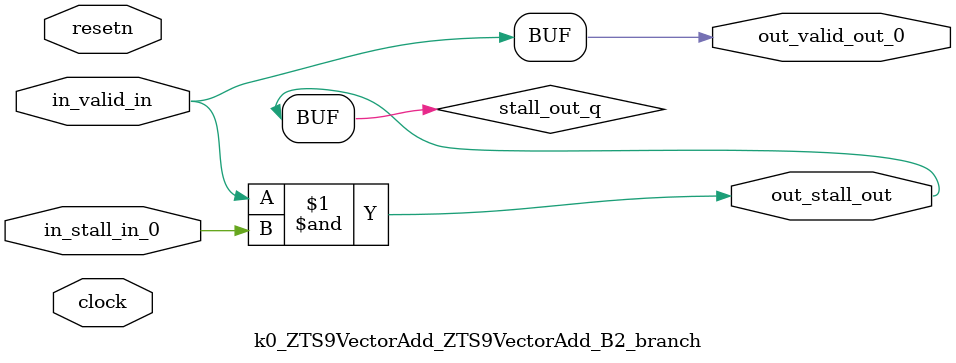
<source format=sv>



(* altera_attribute = "-name AUTO_SHIFT_REGISTER_RECOGNITION OFF; -name MESSAGE_DISABLE 10036; -name MESSAGE_DISABLE 10037; -name MESSAGE_DISABLE 14130; -name MESSAGE_DISABLE 14320; -name MESSAGE_DISABLE 15400; -name MESSAGE_DISABLE 14130; -name MESSAGE_DISABLE 10036; -name MESSAGE_DISABLE 12020; -name MESSAGE_DISABLE 12030; -name MESSAGE_DISABLE 12010; -name MESSAGE_DISABLE 12110; -name MESSAGE_DISABLE 14320; -name MESSAGE_DISABLE 13410; -name MESSAGE_DISABLE 113007; -name MESSAGE_DISABLE 10958" *)
module k0_ZTS9VectorAdd_ZTS9VectorAdd_B2_branch (
    input wire [0:0] in_stall_in_0,
    input wire [0:0] in_valid_in,
    output wire [0:0] out_stall_out,
    output wire [0:0] out_valid_out_0,
    input wire clock,
    input wire resetn
    );

    wire [0:0] stall_out_q;


    // stall_out(LOGICAL,6)
    assign stall_out_q = in_valid_in & in_stall_in_0;

    // out_stall_out(GPOUT,4)
    assign out_stall_out = stall_out_q;

    // out_valid_out_0(GPOUT,5)
    assign out_valid_out_0 = in_valid_in;

endmodule

</source>
